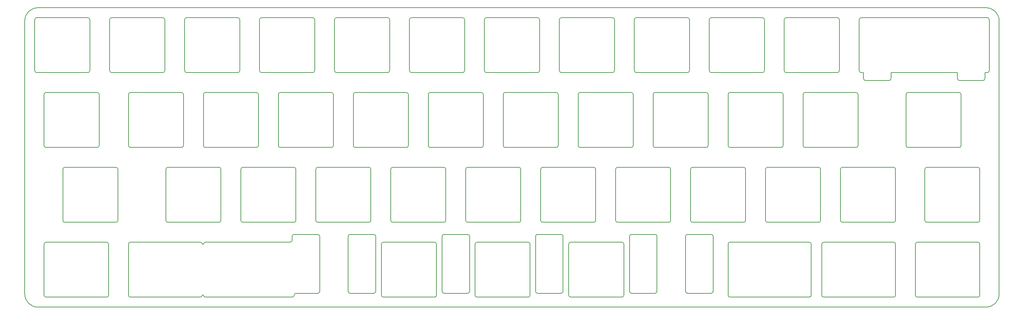
<source format=gbr>
%TF.GenerationSoftware,KiCad,Pcbnew,(5.1.10)-1*%
%TF.CreationDate,2021-08-26T15:07:36+02:00*%
%TF.ProjectId,switch_plate,73776974-6368-45f7-906c-6174652e6b69,rev?*%
%TF.SameCoordinates,Original*%
%TF.FileFunction,Profile,NP*%
%FSLAX46Y46*%
G04 Gerber Fmt 4.6, Leading zero omitted, Abs format (unit mm)*
G04 Created by KiCad (PCBNEW (5.1.10)-1) date 2021-08-26 15:07:36*
%MOMM*%
%LPD*%
G01*
G04 APERTURE LIST*
%TA.AperFunction,Profile*%
%ADD10C,0.200000*%
%TD*%
G04 APERTURE END LIST*
D10*
X92150000Y-130220000D02*
G75*
G02*
X91650000Y-130720000I-500000J0D01*
G01*
X136771750Y-128730000D02*
X130771750Y-128730000D01*
X130271750Y-129230000D02*
G75*
G02*
X130771750Y-128730000I500000J0D01*
G01*
X130271750Y-143230000D02*
X130271750Y-129230000D01*
X178396750Y-143730000D02*
G75*
G02*
X177896750Y-143230000I0J500000D01*
G01*
X113395750Y-143230000D02*
X113395750Y-129230000D01*
X184396750Y-128730000D02*
G75*
G02*
X184896750Y-129230000I0J-500000D01*
G01*
X184896750Y-143230000D02*
G75*
G02*
X184396750Y-143730000I-500000J0D01*
G01*
X177896750Y-143230000D02*
X177896750Y-129230000D01*
X136771750Y-128730000D02*
G75*
G02*
X137271750Y-129230000I0J-500000D01*
G01*
X184896750Y-143230000D02*
X184896750Y-129230000D01*
X192146250Y-129230000D02*
G75*
G02*
X192646250Y-128730000I500000J0D01*
G01*
X184396750Y-128730000D02*
X178396750Y-128730000D01*
X192646250Y-143730000D02*
G75*
G02*
X192146250Y-143230000I0J500000D01*
G01*
X113395750Y-143230000D02*
G75*
G02*
X112895750Y-143730000I-500000J0D01*
G01*
X161020750Y-143230000D02*
X161020750Y-129230000D01*
X106395750Y-143230000D02*
X106395750Y-129230000D01*
X154020750Y-129230000D02*
G75*
G02*
X154520750Y-128730000I500000J0D01*
G01*
X106895750Y-143730000D02*
G75*
G02*
X106395750Y-143230000I0J500000D01*
G01*
X160520750Y-143730000D02*
X154520750Y-143730000D01*
X160520750Y-128730000D02*
X154520750Y-128730000D01*
X112895750Y-128730000D02*
X106895750Y-128730000D01*
X136771750Y-143730000D02*
X130771750Y-143730000D01*
X161020750Y-143230000D02*
G75*
G02*
X160520750Y-143730000I-500000J0D01*
G01*
X154020750Y-143230000D02*
X154020750Y-129230000D01*
X198646250Y-128730000D02*
X192646250Y-128730000D01*
X112895750Y-128730000D02*
G75*
G02*
X113395750Y-129230000I0J-500000D01*
G01*
X130771750Y-143730000D02*
G75*
G02*
X130271750Y-143230000I0J500000D01*
G01*
X137271750Y-143230000D02*
X137271750Y-129230000D01*
X198646250Y-128730000D02*
G75*
G02*
X199146250Y-129230000I0J-500000D01*
G01*
X199146250Y-143230000D02*
X199146250Y-129230000D01*
X106395750Y-129230000D02*
G75*
G02*
X106895750Y-128730000I500000J0D01*
G01*
X192146250Y-143230000D02*
X192146250Y-129230000D01*
X184396750Y-143730000D02*
X178396750Y-143730000D01*
X177896750Y-129230000D02*
G75*
G02*
X178396750Y-128730000I500000J0D01*
G01*
X154520750Y-143730000D02*
G75*
G02*
X154020750Y-143230000I0J500000D01*
G01*
X137271750Y-143230000D02*
G75*
G02*
X136771750Y-143730000I-500000J0D01*
G01*
X112895750Y-143730000D02*
X106895750Y-143730000D01*
X199146250Y-143230000D02*
G75*
G02*
X198646250Y-143730000I-500000J0D01*
G01*
X160520750Y-128730000D02*
G75*
G02*
X161020750Y-129230000I0J-500000D01*
G01*
X92146250Y-129230000D02*
G75*
G02*
X92646250Y-128730000I500000J0D01*
G01*
X98646250Y-143730000D02*
X93150000Y-143730000D01*
X98646250Y-128730000D02*
X92646250Y-128730000D01*
X98646250Y-128730000D02*
G75*
G02*
X99146250Y-129230000I0J-500000D01*
G01*
X99146250Y-143230000D02*
X99146250Y-129230000D01*
X92650000Y-144230000D02*
G75*
G02*
X93150000Y-143730000I500000J0D01*
G01*
X99146250Y-143230000D02*
G75*
G02*
X98646250Y-143730000I-500000J0D01*
G01*
X92150000Y-130220000D02*
X92146250Y-129230000D01*
X92650039Y-144230000D02*
G75*
G02*
X92143750Y-144730000I-500039J0D01*
G01*
X198646250Y-143730000D02*
X192646250Y-143730000D01*
X271843749Y-143938691D02*
G75*
G02*
X268539690Y-147248750I-3307059J-3000D01*
G01*
X27503809Y-147250809D02*
G75*
G02*
X24193750Y-143946750I-3000J3307059D01*
G01*
X268533691Y-71048751D02*
G75*
G02*
X271843750Y-74352810I3000J-3307059D01*
G01*
X24193751Y-74358809D02*
G75*
G02*
X27497810Y-71048750I3307059J3000D01*
G01*
X24193751Y-74358809D02*
X24193750Y-143946750D01*
X271843749Y-143938691D02*
X271843750Y-74352810D01*
X27503809Y-147250809D02*
X268539690Y-147248750D01*
X27497810Y-71048750D02*
X268533691Y-71048751D01*
X69300000Y-144222949D02*
X69587500Y-144222949D01*
X69300000Y-131222949D02*
X69587500Y-131222949D01*
X103425000Y-87572948D02*
X116425000Y-87572948D01*
X78825000Y-87072948D02*
G75*
G02*
X78325000Y-87572948I-500000J0D01*
G01*
X103425000Y-87572948D02*
G75*
G02*
X102925000Y-87072948I0J500000D01*
G01*
X103425000Y-73572949D02*
X116425000Y-73572949D01*
X83875000Y-74072949D02*
X83875000Y-87072948D01*
X102925000Y-74072949D02*
G75*
G02*
X103425000Y-73572949I500000J0D01*
G01*
X97375000Y-73572949D02*
G75*
G02*
X97875000Y-74072949I0J-500000D01*
G01*
X97875000Y-74072949D02*
X97875000Y-87072948D01*
X97875000Y-87072948D02*
G75*
G02*
X97375000Y-87572948I-500000J0D01*
G01*
X84375000Y-87572948D02*
G75*
G02*
X83875000Y-87072948I0J500000D01*
G01*
X121975000Y-74072949D02*
G75*
G02*
X122475000Y-73572949I500000J0D01*
G01*
X135975000Y-74072949D02*
X135975000Y-87072948D01*
X121975000Y-74072949D02*
X121975000Y-87072948D01*
X122475000Y-87572948D02*
X135475000Y-87572948D01*
X116925000Y-87072948D02*
G75*
G02*
X116425000Y-87572948I-500000J0D01*
G01*
X84375000Y-73572949D02*
X97375000Y-73572949D01*
X122475000Y-73572949D02*
X135475000Y-73572949D01*
X116925000Y-74072949D02*
X116925000Y-87072948D01*
X102925000Y-74072949D02*
X102925000Y-87072948D01*
X83875000Y-74072949D02*
G75*
G02*
X84375000Y-73572949I500000J0D01*
G01*
X116425000Y-73572949D02*
G75*
G02*
X116925000Y-74072949I0J-500000D01*
G01*
X84375000Y-87572948D02*
X97375000Y-87572948D01*
X65325000Y-87572948D02*
G75*
G02*
X64825000Y-87072948I0J500000D01*
G01*
X221987500Y-93122949D02*
X221987500Y-106122949D01*
X248681250Y-92622949D02*
X261681250Y-92622949D01*
X184387500Y-92622949D02*
X197387500Y-92622949D01*
X203437500Y-92622949D02*
X216437500Y-92622949D01*
X165337500Y-106622949D02*
X178337500Y-106622949D01*
X222487500Y-92622949D02*
X235487500Y-92622949D01*
X235987500Y-106122949D02*
G75*
G02*
X235487500Y-106622949I-500000J0D01*
G01*
X184387500Y-106622949D02*
G75*
G02*
X183887500Y-106122949I0J500000D01*
G01*
X203437500Y-106622949D02*
G75*
G02*
X202937500Y-106122949I0J500000D01*
G01*
X202937500Y-93122949D02*
X202937500Y-106122949D01*
X261681250Y-92622949D02*
G75*
G02*
X262181250Y-93122949I0J-500000D01*
G01*
X159787500Y-106122949D02*
G75*
G02*
X159287500Y-106622949I-500000J0D01*
G01*
X235987500Y-93122949D02*
X235987500Y-106122949D01*
X222487500Y-106622949D02*
G75*
G02*
X221987500Y-106122949I0J500000D01*
G01*
X216437500Y-92622949D02*
G75*
G02*
X216937500Y-93122949I0J-500000D01*
G01*
X178337500Y-92622949D02*
G75*
G02*
X178837500Y-93122949I0J-500000D01*
G01*
X203437500Y-106622949D02*
X216437500Y-106622949D01*
X235487500Y-92622949D02*
G75*
G02*
X235987500Y-93122949I0J-500000D01*
G01*
X222487500Y-106622949D02*
X235487500Y-106622949D01*
X164837500Y-93122949D02*
X164837500Y-106122949D01*
X262181250Y-93122949D02*
X262181250Y-106122949D01*
X221987500Y-93122949D02*
G75*
G02*
X222487500Y-92622949I500000J0D01*
G01*
X202937500Y-93122949D02*
G75*
G02*
X203437500Y-92622949I500000J0D01*
G01*
X183887500Y-93122949D02*
G75*
G02*
X184387500Y-92622949I500000J0D01*
G01*
X248181250Y-93122949D02*
G75*
G02*
X248681250Y-92622949I500000J0D01*
G01*
X248181250Y-93122949D02*
X248181250Y-106122949D01*
X216937500Y-93122949D02*
X216937500Y-106122949D01*
X184387500Y-106622949D02*
X197387500Y-106622949D01*
X165337500Y-106622949D02*
G75*
G02*
X164837500Y-106122949I0J500000D01*
G01*
X33868750Y-112172949D02*
G75*
G02*
X34368750Y-111672949I500000J0D01*
G01*
X197887500Y-106122949D02*
G75*
G02*
X197387500Y-106622949I-500000J0D01*
G01*
X197887500Y-93122949D02*
X197887500Y-106122949D01*
X248681250Y-106622949D02*
X261681250Y-106622949D01*
X47868750Y-112172949D02*
X47868750Y-125172949D01*
X33868750Y-112172949D02*
X33868750Y-125172949D01*
X178837500Y-106122949D02*
G75*
G02*
X178337500Y-106622949I-500000J0D01*
G01*
X34368750Y-125672949D02*
X47368750Y-125672949D01*
X183887500Y-93122949D02*
X183887500Y-106122949D01*
X34368750Y-111672949D02*
X47368750Y-111672949D01*
X178837500Y-93122949D02*
X178837500Y-106122949D01*
X262181250Y-106122949D02*
G75*
G02*
X261681250Y-106622949I-500000J0D01*
G01*
X216937500Y-106122949D02*
G75*
G02*
X216437500Y-106622949I-500000J0D01*
G01*
X197387500Y-92622949D02*
G75*
G02*
X197887500Y-93122949I0J-500000D01*
G01*
X165337500Y-92622949D02*
X178337500Y-92622949D01*
X164837500Y-93122949D02*
G75*
G02*
X165337500Y-92622949I500000J0D01*
G01*
X248681250Y-106622949D02*
G75*
G02*
X248181250Y-106122949I0J500000D01*
G01*
X203437500Y-144722949D02*
G75*
G02*
X202937500Y-144222949I0J500000D01*
G01*
X203437500Y-130722949D02*
X223581250Y-130722949D01*
X223581250Y-130722949D02*
G75*
G02*
X224081250Y-131222949I0J-500000D01*
G01*
X202937500Y-131222949D02*
G75*
G02*
X203437500Y-130722949I500000J0D01*
G01*
X226750000Y-131222949D02*
X226750000Y-144222949D01*
X227250000Y-144722949D02*
X245012500Y-144722949D01*
X227250000Y-130722949D02*
X245012500Y-130722949D01*
X224081250Y-144222949D02*
G75*
G02*
X223581250Y-144722949I-500000J0D01*
G01*
X224081250Y-131222949D02*
X224081250Y-144222949D01*
X203437500Y-144722949D02*
X223581250Y-144722949D01*
X202937500Y-131222949D02*
X202937500Y-144222949D01*
X115331250Y-144722949D02*
G75*
G02*
X114831250Y-144222949I0J500000D01*
G01*
X162956250Y-144722949D02*
X175956250Y-144722949D01*
X162956250Y-130722949D02*
X175956250Y-130722949D01*
X176456250Y-144222949D02*
G75*
G02*
X175956250Y-144722949I-500000J0D01*
G01*
X128831250Y-131222949D02*
X128831250Y-144222949D01*
X128831250Y-144222949D02*
G75*
G02*
X128331250Y-144722949I-500000J0D01*
G01*
X175956250Y-130722949D02*
G75*
G02*
X176456250Y-131222949I0J-500000D01*
G01*
X162456250Y-131222949D02*
G75*
G02*
X162956250Y-130722949I500000J0D01*
G01*
X152143750Y-130722949D02*
G75*
G02*
X152643750Y-131222949I0J-500000D01*
G01*
X152643750Y-131222949D02*
X152643750Y-144222949D01*
X138643750Y-131222949D02*
G75*
G02*
X139143750Y-130722949I500000J0D01*
G01*
X139143750Y-144722949D02*
X152143750Y-144722949D01*
X115331250Y-130722949D02*
X128331250Y-130722949D01*
X162956250Y-144722949D02*
G75*
G02*
X162456250Y-144222949I0J500000D01*
G01*
X176456250Y-131222949D02*
X176456250Y-144222949D01*
X162456250Y-131222949D02*
X162456250Y-144222949D01*
X114831250Y-131222949D02*
X114831250Y-144222949D01*
X115331250Y-144722949D02*
X128331250Y-144722949D01*
X114831250Y-131222949D02*
G75*
G02*
X115331250Y-130722949I500000J0D01*
G01*
X139143750Y-144722949D02*
G75*
G02*
X138643750Y-144222949I0J500000D01*
G01*
X152643750Y-144222949D02*
G75*
G02*
X152143750Y-144722949I-500000J0D01*
G01*
X128331250Y-130722949D02*
G75*
G02*
X128831250Y-131222949I0J-500000D01*
G01*
X139143750Y-130722949D02*
X152143750Y-130722949D01*
X138643750Y-131222949D02*
X138643750Y-144222949D01*
X250562500Y-131222949D02*
G75*
G02*
X251062500Y-130722949I500000J0D01*
G01*
X251062500Y-144722949D02*
X266443750Y-144722949D01*
X227250000Y-144722949D02*
G75*
G02*
X226750000Y-144222949I0J500000D01*
G01*
X245012500Y-130722949D02*
G75*
G02*
X245512500Y-131222949I0J-500000D01*
G01*
X266443750Y-130722949D02*
G75*
G02*
X266943750Y-131222949I0J-500000D01*
G01*
X251062500Y-144722949D02*
G75*
G02*
X250562500Y-144222949I0J500000D01*
G01*
X226750000Y-131222949D02*
G75*
G02*
X227250000Y-130722949I500000J0D01*
G01*
X251062500Y-130722949D02*
X266443750Y-130722949D01*
X266943750Y-131222949D02*
X266943750Y-144222949D01*
X250562500Y-131222949D02*
X250562500Y-144222949D01*
X245512500Y-144222949D02*
G75*
G02*
X245012500Y-144722949I-500000J0D01*
G01*
X245512500Y-131222949D02*
X245512500Y-144222949D01*
X266943750Y-144222949D02*
G75*
G02*
X266443750Y-144722949I-500000J0D01*
G01*
X51037500Y-144722949D02*
X68800000Y-144722949D01*
X29106250Y-131222949D02*
X29106250Y-144222949D01*
X50537500Y-131222949D02*
G75*
G02*
X51037500Y-130722949I500000J0D01*
G01*
X45487500Y-144222949D02*
G75*
G02*
X44987500Y-144722949I-500000J0D01*
G01*
X50537500Y-131222949D02*
X50537500Y-144222949D01*
X44987500Y-130722949D02*
G75*
G02*
X45487500Y-131222949I0J-500000D01*
G01*
X68800000Y-130722949D02*
G75*
G02*
X69300000Y-131222949I0J-500000D01*
G01*
X29606250Y-144722949D02*
X44987500Y-144722949D01*
X51037500Y-130722949D02*
X68800000Y-130722949D01*
X69587500Y-131222949D02*
G75*
G02*
X70087500Y-130722949I500000J0D01*
G01*
X51037500Y-144722949D02*
G75*
G02*
X50537500Y-144222949I0J500000D01*
G01*
X29106250Y-131222949D02*
G75*
G02*
X29606250Y-130722949I500000J0D01*
G01*
X45487500Y-131222949D02*
X45487500Y-144222949D01*
X70087500Y-144722949D02*
G75*
G02*
X69587500Y-144222949I0J500000D01*
G01*
X69300000Y-144222949D02*
G75*
G02*
X68800000Y-144722949I-500000J0D01*
G01*
X70087500Y-144722949D02*
X92143750Y-144730000D01*
X70087500Y-130722949D02*
X91650000Y-130720000D01*
X29606250Y-130722949D02*
X44987500Y-130722949D01*
X29606250Y-144722949D02*
G75*
G02*
X29106250Y-144222949I0J500000D01*
G01*
X83587500Y-106122949D02*
G75*
G02*
X83087500Y-106622949I-500000J0D01*
G01*
X50537500Y-93122949D02*
G75*
G02*
X51037500Y-92622949I500000J0D01*
G01*
X64537500Y-93122949D02*
X64537500Y-106122949D01*
X88637500Y-93122949D02*
X88637500Y-106122949D01*
X70087500Y-106622949D02*
G75*
G02*
X69587500Y-106122949I0J500000D01*
G01*
X69587500Y-93122949D02*
X69587500Y-106122949D01*
X64537500Y-106122949D02*
G75*
G02*
X64037500Y-106622949I-500000J0D01*
G01*
X51037500Y-106622949D02*
G75*
G02*
X50537500Y-106122949I0J500000D01*
G01*
X50537500Y-93122949D02*
X50537500Y-106122949D01*
X51037500Y-106622949D02*
X64037500Y-106622949D01*
X83087500Y-92622949D02*
G75*
G02*
X83587500Y-93122949I0J-500000D01*
G01*
X70087500Y-106622949D02*
X83087500Y-106622949D01*
X102637500Y-106122949D02*
G75*
G02*
X102137500Y-106622949I-500000J0D01*
G01*
X89137500Y-106622949D02*
G75*
G02*
X88637500Y-106122949I0J500000D01*
G01*
X64037500Y-92622949D02*
G75*
G02*
X64537500Y-93122949I0J-500000D01*
G01*
X89137500Y-92622949D02*
X102137500Y-92622949D01*
X69587500Y-93122949D02*
G75*
G02*
X70087500Y-92622949I500000J0D01*
G01*
X102137500Y-92622949D02*
G75*
G02*
X102637500Y-93122949I0J-500000D01*
G01*
X89137500Y-106622949D02*
X102137500Y-106622949D01*
X88637500Y-93122949D02*
G75*
G02*
X89137500Y-92622949I500000J0D01*
G01*
X83587500Y-93122949D02*
X83587500Y-106122949D01*
X70087500Y-92622949D02*
X83087500Y-92622949D01*
X102637500Y-93122949D02*
X102637500Y-106122949D01*
X236775000Y-87572948D02*
G75*
G02*
X236275000Y-87072948I0J500000D01*
G01*
X43106250Y-93122949D02*
X43106250Y-106122949D01*
X29606250Y-106622949D02*
G75*
G02*
X29106250Y-106122949I0J500000D01*
G01*
X29106250Y-93122949D02*
G75*
G02*
X29606250Y-92622949I500000J0D01*
G01*
X29106250Y-93122949D02*
X29106250Y-106122949D01*
X29606250Y-92622949D02*
X42606250Y-92622949D01*
X29606250Y-106622949D02*
X42606250Y-106622949D01*
X268825000Y-73572949D02*
G75*
G02*
X269325000Y-74072949I0J-500000D01*
G01*
X269325000Y-87072948D02*
G75*
G02*
X268825000Y-87572948I-500000J0D01*
G01*
X236775000Y-73572949D02*
X268825000Y-73572949D01*
X42606250Y-92622949D02*
G75*
G02*
X43106250Y-93122949I0J-500000D01*
G01*
X268238000Y-87570000D02*
X268825000Y-87572948D01*
X236275000Y-74072949D02*
G75*
G02*
X236775000Y-73572949I500000J0D01*
G01*
X236275000Y-74072949D02*
X236275000Y-87072948D01*
X51037500Y-92622949D02*
X64037500Y-92622949D01*
X43106250Y-106122949D02*
G75*
G02*
X42606250Y-106622949I-500000J0D01*
G01*
X269325000Y-74072949D02*
X269325000Y-87072948D01*
X237862000Y-89572949D02*
G75*
G02*
X237362000Y-89072949I0J500000D01*
G01*
X244360000Y-87580000D02*
X244362000Y-89072949D01*
X237362000Y-87570000D02*
X237362000Y-89072949D01*
X237862000Y-89572949D02*
X243862000Y-89572949D01*
X261738000Y-89572949D02*
X267738000Y-89572949D01*
X261240000Y-87572948D02*
X261238000Y-89072949D01*
X268238000Y-89072949D02*
G75*
G02*
X267738000Y-89572949I-500000J0D01*
G01*
X268238000Y-87570000D02*
X268238000Y-89072949D01*
X261738000Y-89572949D02*
G75*
G02*
X261238000Y-89072949I0J500000D01*
G01*
X236775000Y-87572948D02*
X237362000Y-87570000D01*
X244362000Y-89072949D02*
G75*
G02*
X243862000Y-89572949I-500000J0D01*
G01*
X231225000Y-87072948D02*
G75*
G02*
X230725000Y-87572948I-500000J0D01*
G01*
X198675000Y-73572949D02*
X211675000Y-73572949D01*
X217725000Y-87572948D02*
G75*
G02*
X217225000Y-87072948I0J500000D01*
G01*
X217725000Y-73572949D02*
X230725000Y-73572949D01*
X217225000Y-74072949D02*
G75*
G02*
X217725000Y-73572949I500000J0D01*
G01*
X217725000Y-87572948D02*
X230725000Y-87572948D01*
X212175000Y-87072948D02*
G75*
G02*
X211675000Y-87572948I-500000J0D01*
G01*
X211675000Y-73572949D02*
G75*
G02*
X212175000Y-74072949I0J-500000D01*
G01*
X198675000Y-87572948D02*
G75*
G02*
X198175000Y-87072948I0J500000D01*
G01*
X179125000Y-74072949D02*
G75*
G02*
X179625000Y-73572949I500000J0D01*
G01*
X198175000Y-74072949D02*
G75*
G02*
X198675000Y-73572949I500000J0D01*
G01*
X212175000Y-74072949D02*
X212175000Y-87072948D01*
X198175000Y-74072949D02*
X198175000Y-87072948D01*
X192625000Y-73572949D02*
G75*
G02*
X193125000Y-74072949I0J-500000D01*
G01*
X193125000Y-87072948D02*
G75*
G02*
X192625000Y-87572948I-500000J0D01*
G01*
X244360000Y-87580000D02*
X261240000Y-87572948D01*
X198675000Y-87572948D02*
X211675000Y-87572948D01*
X217225000Y-74072949D02*
X217225000Y-87072948D01*
X231225000Y-74072949D02*
X231225000Y-87072948D01*
X179625000Y-87572948D02*
G75*
G02*
X179125000Y-87072948I0J500000D01*
G01*
X230725000Y-73572949D02*
G75*
G02*
X231225000Y-74072949I0J-500000D01*
G01*
X160075000Y-74072949D02*
G75*
G02*
X160575000Y-73572949I500000J0D01*
G01*
X174075000Y-74072949D02*
X174075000Y-87072948D01*
X160575000Y-87572948D02*
X173575000Y-87572948D01*
X155024999Y-87072948D02*
G75*
G02*
X154524999Y-87572948I-500000J0D01*
G01*
X141525000Y-87572948D02*
G75*
G02*
X141025000Y-87072948I0J500000D01*
G01*
X154524999Y-73572949D02*
G75*
G02*
X155024999Y-74072949I0J-500000D01*
G01*
X122475000Y-87572948D02*
G75*
G02*
X121975000Y-87072948I0J500000D01*
G01*
X135975000Y-87072948D02*
G75*
G02*
X135475000Y-87572948I-500000J0D01*
G01*
X141025000Y-74072949D02*
G75*
G02*
X141525000Y-73572949I500000J0D01*
G01*
X135475000Y-73572949D02*
G75*
G02*
X135975000Y-74072949I0J-500000D01*
G01*
X141525000Y-73572949D02*
X154524999Y-73572949D01*
X193125000Y-74072949D02*
X193125000Y-87072948D01*
X179125000Y-74072949D02*
X179125000Y-87072948D01*
X174075000Y-87072948D02*
G75*
G02*
X173575000Y-87572948I-500000J0D01*
G01*
X160575000Y-73572949D02*
X173575000Y-73572949D01*
X160575000Y-87572948D02*
G75*
G02*
X160075000Y-87072948I0J500000D01*
G01*
X155024999Y-74072949D02*
X155024999Y-87072948D01*
X141025000Y-74072949D02*
X141025000Y-87072948D01*
X160075000Y-74072949D02*
X160075000Y-87072948D01*
X141525000Y-87572948D02*
X154524999Y-87572948D01*
X179625000Y-87572948D02*
X192625000Y-87572948D01*
X173575000Y-73572949D02*
G75*
G02*
X174075000Y-74072949I0J-500000D01*
G01*
X179625000Y-73572949D02*
X192625000Y-73572949D01*
X78825000Y-74072949D02*
X78825000Y-87072948D01*
X59275000Y-73572949D02*
G75*
G02*
X59775000Y-74072949I0J-500000D01*
G01*
X40224999Y-73572949D02*
G75*
G02*
X40724999Y-74072949I0J-500000D01*
G01*
X64825000Y-74072949D02*
X64825000Y-87072948D01*
X45775000Y-74072949D02*
X45775000Y-87072948D01*
X65325000Y-87572948D02*
X78325000Y-87572948D01*
X46275000Y-87572948D02*
G75*
G02*
X45775000Y-87072948I0J500000D01*
G01*
X27225000Y-87572948D02*
X40224999Y-87572948D01*
X46275000Y-87572948D02*
X59275000Y-87572948D01*
X26725000Y-74072949D02*
X26725000Y-87072948D01*
X27225000Y-87572948D02*
G75*
G02*
X26725000Y-87072948I0J500000D01*
G01*
X59775000Y-87072948D02*
G75*
G02*
X59275000Y-87572948I-500000J0D01*
G01*
X40724999Y-87072948D02*
G75*
G02*
X40224999Y-87572948I-500000J0D01*
G01*
X78325000Y-73572949D02*
G75*
G02*
X78825000Y-74072949I0J-500000D01*
G01*
X64825000Y-74072949D02*
G75*
G02*
X65325000Y-73572949I500000J0D01*
G01*
X46275000Y-73572949D02*
X59275000Y-73572949D01*
X65325000Y-73572949D02*
X78325000Y-73572949D01*
X40724999Y-74072949D02*
X40724999Y-87072948D01*
X59775000Y-74072949D02*
X59775000Y-87072948D01*
X26725000Y-74072949D02*
G75*
G02*
X27225000Y-73572949I500000J0D01*
G01*
X27225000Y-73572949D02*
X40224999Y-73572949D01*
X45775000Y-74072949D02*
G75*
G02*
X46275000Y-73572949I500000J0D01*
G01*
X245512500Y-112172949D02*
X245512500Y-125172949D01*
X226462500Y-125172949D02*
G75*
G02*
X225962500Y-125672949I-500000J0D01*
G01*
X206912500Y-111672949D02*
G75*
G02*
X207412500Y-112172949I0J-500000D01*
G01*
X174362500Y-112172949D02*
G75*
G02*
X174862500Y-111672949I500000J0D01*
G01*
X188362500Y-112172949D02*
X188362500Y-125172949D01*
X155812500Y-125672949D02*
G75*
G02*
X155312500Y-125172949I0J500000D01*
G01*
X174862500Y-125672949D02*
X187862500Y-125672949D01*
X253443750Y-125672949D02*
X266443750Y-125672949D01*
X212962500Y-125672949D02*
G75*
G02*
X212462500Y-125172949I0J500000D01*
G01*
X207412500Y-112172949D02*
X207412500Y-125172949D01*
X212962500Y-111672949D02*
X225962500Y-111672949D01*
X188362500Y-125172949D02*
G75*
G02*
X187862500Y-125672949I-500000J0D01*
G01*
X232012500Y-125672949D02*
G75*
G02*
X231512500Y-125172949I0J500000D01*
G01*
X231512500Y-112172949D02*
X231512500Y-125172949D01*
X226462500Y-112172949D02*
X226462500Y-125172949D01*
X193912500Y-111672949D02*
X206912500Y-111672949D01*
X245512500Y-125172949D02*
G75*
G02*
X245012500Y-125672949I-500000J0D01*
G01*
X212962500Y-125672949D02*
X225962500Y-125672949D01*
X253443750Y-111672949D02*
X266443750Y-111672949D01*
X225962500Y-111672949D02*
G75*
G02*
X226462500Y-112172949I0J-500000D01*
G01*
X155312500Y-112172949D02*
G75*
G02*
X155812500Y-111672949I500000J0D01*
G01*
X212462500Y-112172949D02*
G75*
G02*
X212962500Y-111672949I500000J0D01*
G01*
X253443750Y-125672949D02*
G75*
G02*
X252943750Y-125172949I0J500000D01*
G01*
X266443750Y-111672949D02*
G75*
G02*
X266943750Y-112172949I0J-500000D01*
G01*
X193912500Y-125672949D02*
X206912500Y-125672949D01*
X168812500Y-111672949D02*
G75*
G02*
X169312500Y-112172949I0J-500000D01*
G01*
X174862500Y-125672949D02*
G75*
G02*
X174362500Y-125172949I0J500000D01*
G01*
X174862500Y-111672949D02*
X187862500Y-111672949D01*
X266943750Y-125172949D02*
G75*
G02*
X266443750Y-125672949I-500000J0D01*
G01*
X252943750Y-112172949D02*
G75*
G02*
X253443750Y-111672949I500000J0D01*
G01*
X187862500Y-111672949D02*
G75*
G02*
X188362500Y-112172949I0J-500000D01*
G01*
X193912500Y-125672949D02*
G75*
G02*
X193412500Y-125172949I0J500000D01*
G01*
X266943750Y-112172949D02*
X266943750Y-125172949D01*
X245012500Y-111672949D02*
G75*
G02*
X245512500Y-112172949I0J-500000D01*
G01*
X174362500Y-112172949D02*
X174362500Y-125172949D01*
X231512500Y-112172949D02*
G75*
G02*
X232012500Y-111672949I500000J0D01*
G01*
X169312500Y-125172949D02*
G75*
G02*
X168812500Y-125672949I-500000J0D01*
G01*
X232012500Y-111672949D02*
X245012500Y-111672949D01*
X193412500Y-112172949D02*
X193412500Y-125172949D01*
X169312500Y-112172949D02*
X169312500Y-125172949D01*
X232012500Y-125672949D02*
X245012500Y-125672949D01*
X212462500Y-112172949D02*
X212462500Y-125172949D01*
X207412500Y-125172949D02*
G75*
G02*
X206912500Y-125672949I-500000J0D01*
G01*
X252943750Y-112172949D02*
X252943750Y-125172949D01*
X193412500Y-112172949D02*
G75*
G02*
X193912500Y-111672949I500000J0D01*
G01*
X79112500Y-112172949D02*
G75*
G02*
X79612500Y-111672949I500000J0D01*
G01*
X112162500Y-112172949D02*
X112162500Y-125172949D01*
X60562500Y-125672949D02*
X73562500Y-125672949D01*
X117712500Y-125672949D02*
G75*
G02*
X117212500Y-125172949I0J500000D01*
G01*
X117712500Y-111672949D02*
X130712500Y-111672949D01*
X98662500Y-125672949D02*
G75*
G02*
X98162500Y-125172949I0J500000D01*
G01*
X111662500Y-111672949D02*
G75*
G02*
X112162500Y-112172949I0J-500000D01*
G01*
X98162500Y-112172949D02*
G75*
G02*
X98662500Y-111672949I500000J0D01*
G01*
X93112500Y-112172949D02*
X93112500Y-125172949D01*
X47368750Y-111672949D02*
G75*
G02*
X47868750Y-112172949I0J-500000D01*
G01*
X98662500Y-125672949D02*
X111662500Y-125672949D01*
X93112500Y-125172949D02*
G75*
G02*
X92612500Y-125672949I-500000J0D01*
G01*
X60062500Y-112172949D02*
G75*
G02*
X60562500Y-111672949I500000J0D01*
G01*
X98662500Y-111672949D02*
X111662500Y-111672949D01*
X74062500Y-112172949D02*
X74062500Y-125172949D01*
X117212500Y-112172949D02*
G75*
G02*
X117712500Y-111672949I500000J0D01*
G01*
X117212500Y-112172949D02*
X117212500Y-125172949D01*
X74062500Y-125172949D02*
G75*
G02*
X73562500Y-125672949I-500000J0D01*
G01*
X155312500Y-112172949D02*
X155312500Y-125172949D01*
X149762500Y-111672949D02*
G75*
G02*
X150262500Y-112172949I0J-500000D01*
G01*
X155812500Y-125672949D02*
X168812500Y-125672949D01*
X79112500Y-112172949D02*
X79112500Y-125172949D01*
X60562500Y-125672949D02*
G75*
G02*
X60062500Y-125172949I0J500000D01*
G01*
X155812500Y-111672949D02*
X168812500Y-111672949D01*
X136762500Y-125672949D02*
G75*
G02*
X136262500Y-125172949I0J500000D01*
G01*
X136762500Y-125672949D02*
X149762500Y-125672949D01*
X98162500Y-112172949D02*
X98162500Y-125172949D01*
X136262500Y-112172949D02*
G75*
G02*
X136762500Y-111672949I500000J0D01*
G01*
X60062500Y-112172949D02*
X60062500Y-125172949D01*
X136262500Y-112172949D02*
X136262500Y-125172949D01*
X136762500Y-111672949D02*
X149762500Y-111672949D01*
X131212500Y-125172949D02*
G75*
G02*
X130712500Y-125672949I-500000J0D01*
G01*
X79612500Y-125672949D02*
X92612500Y-125672949D01*
X92612500Y-111672949D02*
G75*
G02*
X93112500Y-112172949I0J-500000D01*
G01*
X112162500Y-125172949D02*
G75*
G02*
X111662500Y-125672949I-500000J0D01*
G01*
X130712500Y-111672949D02*
G75*
G02*
X131212500Y-112172949I0J-500000D01*
G01*
X131212500Y-112172949D02*
X131212500Y-125172949D01*
X79612500Y-125672949D02*
G75*
G02*
X79112500Y-125172949I0J500000D01*
G01*
X117712500Y-125672949D02*
X130712500Y-125672949D01*
X47868750Y-125172949D02*
G75*
G02*
X47368750Y-125672949I-500000J0D01*
G01*
X79612500Y-111672949D02*
X92612500Y-111672949D01*
X60562500Y-111672949D02*
X73562500Y-111672949D01*
X73562500Y-111672949D02*
G75*
G02*
X74062500Y-112172949I0J-500000D01*
G01*
X34368750Y-125672949D02*
G75*
G02*
X33868750Y-125172949I0J500000D01*
G01*
X150262500Y-125172949D02*
G75*
G02*
X149762500Y-125672949I-500000J0D01*
G01*
X150262500Y-112172949D02*
X150262500Y-125172949D01*
X145787500Y-93122949D02*
G75*
G02*
X146287500Y-92622949I500000J0D01*
G01*
X126737500Y-93122949D02*
G75*
G02*
X127237500Y-92622949I500000J0D01*
G01*
X140737500Y-106122949D02*
G75*
G02*
X140237500Y-106622949I-500000J0D01*
G01*
X159787500Y-93122949D02*
X159787500Y-106122949D01*
X127237500Y-106622949D02*
X140237500Y-106622949D01*
X140237500Y-92622949D02*
G75*
G02*
X140737500Y-93122949I0J-500000D01*
G01*
X145787500Y-93122949D02*
X145787500Y-106122949D01*
X146287500Y-106622949D02*
X159287500Y-106622949D01*
X107687500Y-93122949D02*
G75*
G02*
X108187500Y-92622949I500000J0D01*
G01*
X127237500Y-106622949D02*
G75*
G02*
X126737500Y-106122949I0J500000D01*
G01*
X121687500Y-93122949D02*
X121687500Y-106122949D01*
X108187500Y-106622949D02*
G75*
G02*
X107687500Y-106122949I0J500000D01*
G01*
X146287500Y-92622949D02*
X159287500Y-92622949D01*
X140737500Y-93122949D02*
X140737500Y-106122949D01*
X127237500Y-92622949D02*
X140237500Y-92622949D01*
X121687500Y-106122949D02*
G75*
G02*
X121187500Y-106622949I-500000J0D01*
G01*
X126737500Y-93122949D02*
X126737500Y-106122949D01*
X121187500Y-92622949D02*
G75*
G02*
X121687500Y-93122949I0J-500000D01*
G01*
X107687500Y-93122949D02*
X107687500Y-106122949D01*
X108187500Y-92622949D02*
X121187500Y-92622949D01*
X108187500Y-106622949D02*
X121187500Y-106622949D01*
X146287500Y-106622949D02*
G75*
G02*
X145787500Y-106122949I0J500000D01*
G01*
X159287500Y-92622949D02*
G75*
G02*
X159787500Y-93122949I0J-500000D01*
G01*
M02*

</source>
